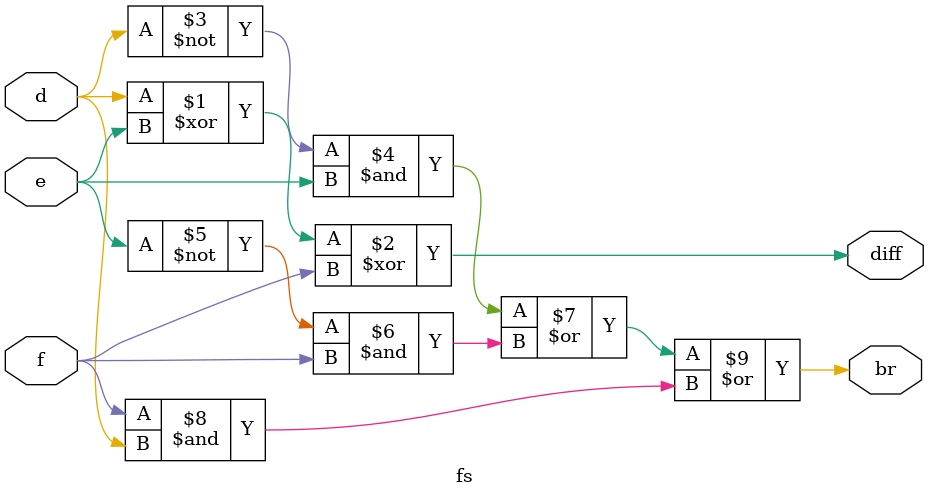
<source format=v>
module fs(
  input d,e,f,
  output diff,br
);
  assign diff=d^e^f;
  assign br=((~d)&e)|((~e)&f)|(f&d);
endmodule
    

</source>
